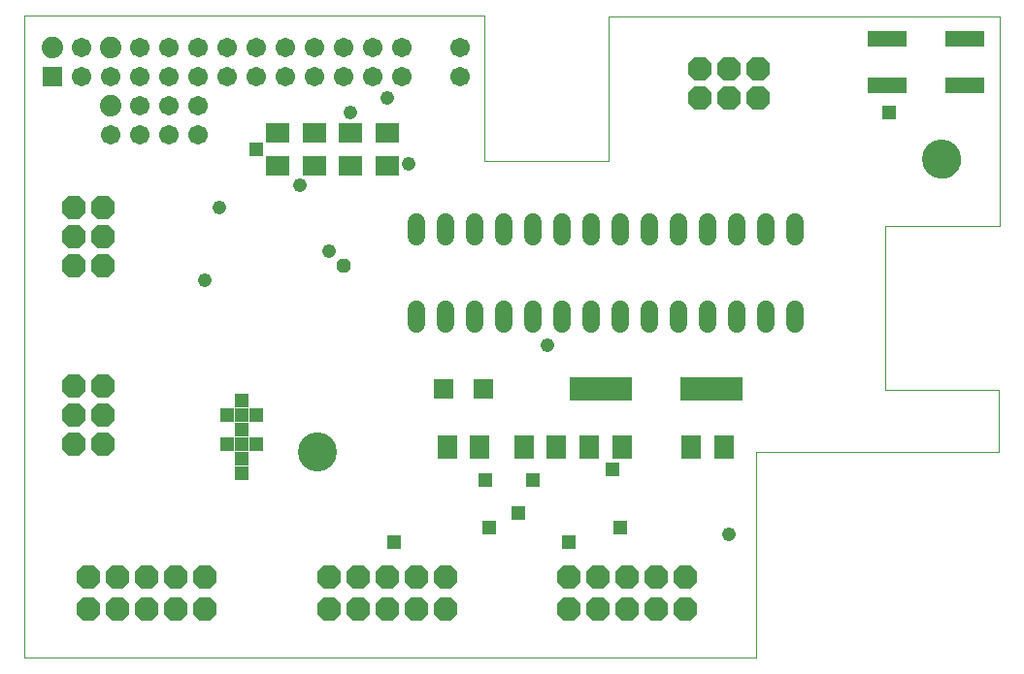
<source format=gts>
G75*
G70*
%OFA0B0*%
%FSLAX24Y24*%
%IPPOS*%
%LPD*%
%AMOC8*
5,1,8,0,0,1.08239X$1,22.5*
%
%ADD10R,0.0674X0.0674*%
%ADD11C,0.0740*%
%ADD12C,0.0674*%
%ADD13C,0.0000*%
%ADD14C,0.1222*%
%ADD15OC8,0.0820*%
%ADD16C,0.0600*%
%ADD17R,0.2180X0.0840*%
%ADD18R,0.0710X0.0790*%
%ADD19R,0.0790X0.0710*%
%ADD20R,0.1340X0.0552*%
%ADD21C,0.1340*%
%ADD22R,0.0671X0.0671*%
%ADD23R,0.0476X0.0476*%
%ADD24C,0.0476*%
%ADD25OC8,0.0476*%
D10*
X006960Y020930D03*
D11*
X006960Y021930D03*
X008960Y021930D03*
X008960Y019930D03*
D12*
X009960Y019930D03*
X010960Y019930D03*
X010960Y018930D03*
X009960Y018930D03*
X008960Y018930D03*
X008960Y020930D03*
X009960Y020930D03*
X010960Y020930D03*
X011960Y020930D03*
X012960Y020930D03*
X013960Y020930D03*
X014960Y020930D03*
X015960Y020930D03*
X016960Y020930D03*
X017960Y020930D03*
X018960Y020930D03*
X018960Y021930D03*
X017960Y021930D03*
X016960Y021930D03*
X015960Y021930D03*
X014960Y021930D03*
X013960Y021930D03*
X012960Y021930D03*
X011960Y021930D03*
X010960Y021930D03*
X009960Y021930D03*
X007960Y021930D03*
X007960Y020930D03*
X011960Y019930D03*
X011960Y018930D03*
X020960Y020930D03*
X020960Y021930D03*
D13*
X006010Y023030D02*
X006000Y000950D01*
X006001Y000950D02*
X031120Y000948D01*
X031120Y000950D02*
X031120Y008040D01*
X039460Y008040D01*
X039460Y010170D01*
X035560Y010170D01*
X035560Y015810D01*
X039500Y015810D01*
X039500Y022990D01*
X026060Y022980D01*
X026060Y018030D01*
X021810Y018030D01*
X021810Y023030D01*
X006010Y023030D01*
X015484Y008048D02*
X015486Y008095D01*
X015492Y008142D01*
X015501Y008188D01*
X015515Y008233D01*
X015532Y008277D01*
X015553Y008320D01*
X015577Y008360D01*
X015604Y008399D01*
X015635Y008435D01*
X015668Y008468D01*
X015704Y008499D01*
X015743Y008526D01*
X015783Y008550D01*
X015826Y008571D01*
X015870Y008588D01*
X015915Y008602D01*
X015961Y008611D01*
X016008Y008617D01*
X016055Y008619D01*
X016102Y008617D01*
X016149Y008611D01*
X016195Y008602D01*
X016240Y008588D01*
X016284Y008571D01*
X016327Y008550D01*
X016367Y008526D01*
X016406Y008499D01*
X016442Y008468D01*
X016475Y008435D01*
X016506Y008399D01*
X016533Y008360D01*
X016557Y008320D01*
X016578Y008277D01*
X016595Y008233D01*
X016609Y008188D01*
X016618Y008142D01*
X016624Y008095D01*
X016626Y008048D01*
X016624Y008001D01*
X016618Y007954D01*
X016609Y007908D01*
X016595Y007863D01*
X016578Y007819D01*
X016557Y007776D01*
X016533Y007736D01*
X016506Y007697D01*
X016475Y007661D01*
X016442Y007628D01*
X016406Y007597D01*
X016367Y007570D01*
X016327Y007546D01*
X016284Y007525D01*
X016240Y007508D01*
X016195Y007494D01*
X016149Y007485D01*
X016102Y007479D01*
X016055Y007477D01*
X016008Y007479D01*
X015961Y007485D01*
X015915Y007494D01*
X015870Y007508D01*
X015826Y007525D01*
X015783Y007546D01*
X015743Y007570D01*
X015704Y007597D01*
X015668Y007628D01*
X015635Y007661D01*
X015604Y007697D01*
X015577Y007736D01*
X015553Y007776D01*
X015532Y007819D01*
X015515Y007863D01*
X015501Y007908D01*
X015492Y007954D01*
X015486Y008001D01*
X015484Y008048D01*
X015418Y008043D02*
X015420Y008093D01*
X015426Y008143D01*
X015436Y008192D01*
X015450Y008240D01*
X015467Y008287D01*
X015488Y008332D01*
X015513Y008376D01*
X015541Y008417D01*
X015573Y008456D01*
X015607Y008493D01*
X015644Y008527D01*
X015684Y008557D01*
X015726Y008584D01*
X015770Y008608D01*
X015816Y008629D01*
X015863Y008645D01*
X015911Y008658D01*
X015961Y008667D01*
X016010Y008672D01*
X016061Y008673D01*
X016111Y008670D01*
X016160Y008663D01*
X016209Y008652D01*
X016257Y008637D01*
X016303Y008619D01*
X016348Y008597D01*
X016391Y008571D01*
X016432Y008542D01*
X016471Y008510D01*
X016507Y008475D01*
X016539Y008437D01*
X016569Y008397D01*
X016596Y008354D01*
X016619Y008310D01*
X016638Y008264D01*
X016654Y008216D01*
X016666Y008167D01*
X016674Y008118D01*
X016678Y008068D01*
X016678Y008018D01*
X016674Y007968D01*
X016666Y007919D01*
X016654Y007870D01*
X016638Y007822D01*
X016619Y007776D01*
X016596Y007732D01*
X016569Y007689D01*
X016539Y007649D01*
X016507Y007611D01*
X016471Y007576D01*
X016432Y007544D01*
X016391Y007515D01*
X016348Y007489D01*
X016303Y007467D01*
X016257Y007449D01*
X016209Y007434D01*
X016160Y007423D01*
X016111Y007416D01*
X016061Y007413D01*
X016010Y007414D01*
X015961Y007419D01*
X015911Y007428D01*
X015863Y007441D01*
X015816Y007457D01*
X015770Y007478D01*
X015726Y007502D01*
X015684Y007529D01*
X015644Y007559D01*
X015607Y007593D01*
X015573Y007630D01*
X015541Y007669D01*
X015513Y007710D01*
X015488Y007754D01*
X015467Y007799D01*
X015450Y007846D01*
X015436Y007894D01*
X015426Y007943D01*
X015420Y007993D01*
X015418Y008043D01*
X036929Y018091D02*
X036931Y018138D01*
X036937Y018185D01*
X036946Y018231D01*
X036960Y018276D01*
X036977Y018320D01*
X036998Y018363D01*
X037022Y018403D01*
X037049Y018442D01*
X037080Y018478D01*
X037113Y018511D01*
X037149Y018542D01*
X037188Y018569D01*
X037228Y018593D01*
X037271Y018614D01*
X037315Y018631D01*
X037360Y018645D01*
X037406Y018654D01*
X037453Y018660D01*
X037500Y018662D01*
X037547Y018660D01*
X037594Y018654D01*
X037640Y018645D01*
X037685Y018631D01*
X037729Y018614D01*
X037772Y018593D01*
X037812Y018569D01*
X037851Y018542D01*
X037887Y018511D01*
X037920Y018478D01*
X037951Y018442D01*
X037978Y018403D01*
X038002Y018363D01*
X038023Y018320D01*
X038040Y018276D01*
X038054Y018231D01*
X038063Y018185D01*
X038069Y018138D01*
X038071Y018091D01*
X038069Y018044D01*
X038063Y017997D01*
X038054Y017951D01*
X038040Y017906D01*
X038023Y017862D01*
X038002Y017819D01*
X037978Y017779D01*
X037951Y017740D01*
X037920Y017704D01*
X037887Y017671D01*
X037851Y017640D01*
X037812Y017613D01*
X037772Y017589D01*
X037729Y017568D01*
X037685Y017551D01*
X037640Y017537D01*
X037594Y017528D01*
X037547Y017522D01*
X037500Y017520D01*
X037453Y017522D01*
X037406Y017528D01*
X037360Y017537D01*
X037315Y017551D01*
X037271Y017568D01*
X037228Y017589D01*
X037188Y017613D01*
X037149Y017640D01*
X037113Y017671D01*
X037080Y017704D01*
X037049Y017740D01*
X037022Y017779D01*
X036998Y017819D01*
X036977Y017862D01*
X036960Y017906D01*
X036946Y017951D01*
X036937Y017997D01*
X036931Y018044D01*
X036929Y018091D01*
X036873Y018085D02*
X036875Y018135D01*
X036881Y018185D01*
X036891Y018234D01*
X036905Y018282D01*
X036922Y018329D01*
X036943Y018374D01*
X036968Y018418D01*
X036996Y018459D01*
X037028Y018498D01*
X037062Y018535D01*
X037099Y018569D01*
X037139Y018599D01*
X037181Y018626D01*
X037225Y018650D01*
X037271Y018671D01*
X037318Y018687D01*
X037366Y018700D01*
X037416Y018709D01*
X037465Y018714D01*
X037516Y018715D01*
X037566Y018712D01*
X037615Y018705D01*
X037664Y018694D01*
X037712Y018679D01*
X037758Y018661D01*
X037803Y018639D01*
X037846Y018613D01*
X037887Y018584D01*
X037926Y018552D01*
X037962Y018517D01*
X037994Y018479D01*
X038024Y018439D01*
X038051Y018396D01*
X038074Y018352D01*
X038093Y018306D01*
X038109Y018258D01*
X038121Y018209D01*
X038129Y018160D01*
X038133Y018110D01*
X038133Y018060D01*
X038129Y018010D01*
X038121Y017961D01*
X038109Y017912D01*
X038093Y017864D01*
X038074Y017818D01*
X038051Y017774D01*
X038024Y017731D01*
X037994Y017691D01*
X037962Y017653D01*
X037926Y017618D01*
X037887Y017586D01*
X037846Y017557D01*
X037803Y017531D01*
X037758Y017509D01*
X037712Y017491D01*
X037664Y017476D01*
X037615Y017465D01*
X037566Y017458D01*
X037516Y017455D01*
X037465Y017456D01*
X037416Y017461D01*
X037366Y017470D01*
X037318Y017483D01*
X037271Y017499D01*
X037225Y017520D01*
X037181Y017544D01*
X037139Y017571D01*
X037099Y017601D01*
X037062Y017635D01*
X037028Y017672D01*
X036996Y017711D01*
X036968Y017752D01*
X036943Y017796D01*
X036922Y017841D01*
X036905Y017888D01*
X036891Y017936D01*
X036881Y017985D01*
X036875Y018035D01*
X036873Y018085D01*
D14*
X037500Y018091D03*
X016055Y008048D03*
D15*
X016460Y003730D03*
X017460Y003730D03*
X018460Y003730D03*
X019460Y003730D03*
X020460Y003730D03*
X020460Y002630D03*
X019460Y002630D03*
X018460Y002630D03*
X017460Y002630D03*
X016460Y002630D03*
X012210Y002630D03*
X011210Y002630D03*
X010210Y002630D03*
X009210Y002630D03*
X008210Y002630D03*
X008210Y003730D03*
X009210Y003730D03*
X010210Y003730D03*
X011210Y003730D03*
X012210Y003730D03*
X008710Y008305D03*
X007710Y008305D03*
X007710Y009305D03*
X008710Y009305D03*
X008710Y010305D03*
X007710Y010305D03*
X007710Y014430D03*
X008710Y014430D03*
X008710Y015430D03*
X007710Y015430D03*
X007710Y016430D03*
X008710Y016430D03*
X029210Y020180D03*
X030210Y020180D03*
X031210Y020180D03*
X031210Y021180D03*
X030210Y021180D03*
X029210Y021180D03*
X028710Y003730D03*
X027710Y003730D03*
X026710Y003730D03*
X025710Y003730D03*
X024710Y003730D03*
X024710Y002630D03*
X025710Y002630D03*
X026710Y002630D03*
X027710Y002630D03*
X028710Y002630D03*
D16*
X028460Y012420D02*
X028460Y012940D01*
X027460Y012940D02*
X027460Y012420D01*
X026460Y012420D02*
X026460Y012940D01*
X025460Y012940D02*
X025460Y012420D01*
X024460Y012420D02*
X024460Y012940D01*
X023460Y012940D02*
X023460Y012420D01*
X022460Y012420D02*
X022460Y012940D01*
X021460Y012940D02*
X021460Y012420D01*
X020460Y012420D02*
X020460Y012940D01*
X019460Y012940D02*
X019460Y012420D01*
X019460Y015420D02*
X019460Y015940D01*
X020460Y015940D02*
X020460Y015420D01*
X021460Y015420D02*
X021460Y015940D01*
X022460Y015940D02*
X022460Y015420D01*
X023460Y015420D02*
X023460Y015940D01*
X024460Y015940D02*
X024460Y015420D01*
X025460Y015420D02*
X025460Y015940D01*
X026460Y015940D02*
X026460Y015420D01*
X027460Y015420D02*
X027460Y015940D01*
X028460Y015940D02*
X028460Y015420D01*
X029460Y015420D02*
X029460Y015940D01*
X030460Y015940D02*
X030460Y015420D01*
X031460Y015420D02*
X031460Y015940D01*
X032460Y015940D02*
X032460Y015420D01*
X032460Y012940D02*
X032460Y012420D01*
X031460Y012420D02*
X031460Y012940D01*
X030460Y012940D02*
X030460Y012420D01*
X029460Y012420D02*
X029460Y012940D01*
D17*
X029610Y010180D03*
X025810Y010180D03*
D18*
X025400Y008180D03*
X026520Y008180D03*
X028900Y008180D03*
X030020Y008180D03*
X024270Y008180D03*
X023150Y008180D03*
X021645Y008180D03*
X020525Y008180D03*
D19*
X018460Y017870D03*
X017210Y017870D03*
X015960Y017870D03*
X014710Y017870D03*
X014710Y018990D03*
X015960Y018990D03*
X017210Y018990D03*
X018460Y018990D03*
D20*
X035622Y020643D03*
X035622Y022217D03*
X038299Y022217D03*
X038299Y020643D03*
D21*
X037503Y018085D03*
X016048Y008043D03*
D22*
X020396Y010180D03*
X021774Y010180D03*
D23*
X026210Y007430D03*
X023460Y007055D03*
X022960Y005930D03*
X021960Y005430D03*
X021835Y007055D03*
X024710Y004930D03*
X026460Y005430D03*
X018710Y004930D03*
X013460Y007305D03*
X013460Y007805D03*
X013460Y008305D03*
X012960Y008305D03*
X013460Y008805D03*
X013460Y009305D03*
X012960Y009305D03*
X013460Y009805D03*
X013960Y009305D03*
X013960Y008305D03*
X013960Y018430D03*
X035710Y019680D03*
D24*
X023960Y011680D03*
X016460Y014930D03*
X015460Y017180D03*
X012710Y016430D03*
X012210Y013930D03*
X019210Y017930D03*
X017210Y019680D03*
X018460Y020180D03*
X030210Y005180D03*
D25*
X016960Y014430D03*
M02*

</source>
